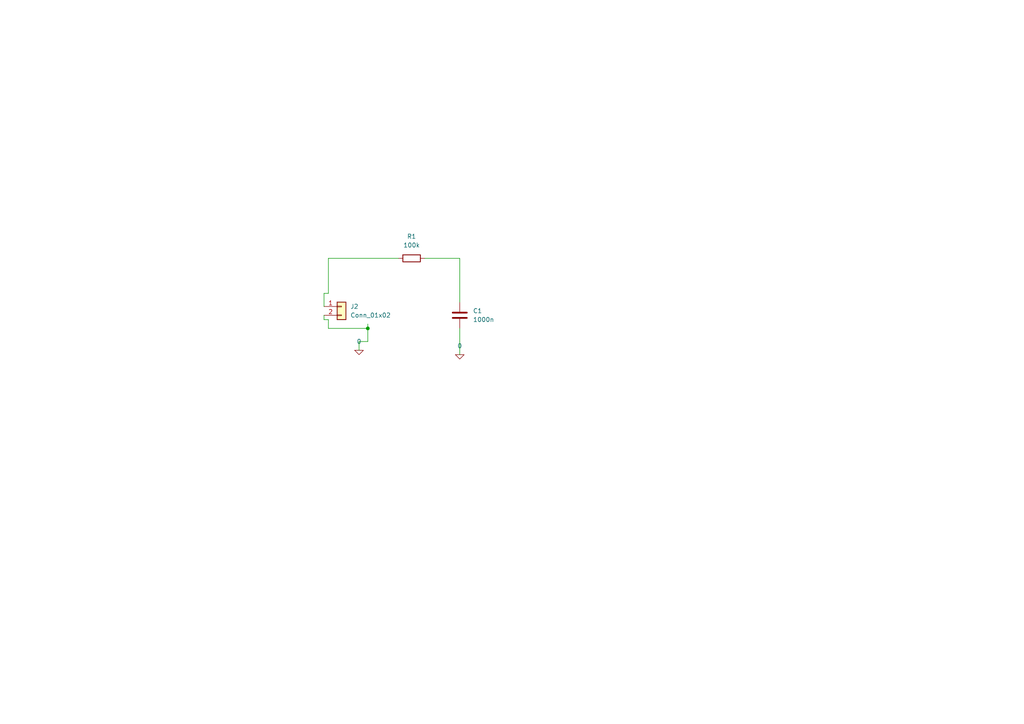
<source format=kicad_sch>
(kicad_sch (version 20231120) (generator "eeschema") (generator_version "8.0")
  (paper "A4")
  (lib_symbols
    (symbol "Connector_Generic:Conn_01x02" (pin_names (offset 1.016) hide)
      (property "Reference" "J" (at 0 2.54 0))
      (property "Value" "Conn_01x02" (at 0 -5.08 0))
      (symbol "Conn_01x02_1_1"
        (rectangle (start -1.27 -2.413) (end 0 -2.667) (stroke (width 0.1524)))
        (rectangle (start -1.27 0.127) (end 0 -0.127) (stroke (width 0.1524)))
        (rectangle (start -1.27 1.27) (end 1.27 -3.81) (stroke (width 0.254)) (fill (type background)))
        (pin passive line (at -5.08 0 0) (length 3.81) (name "Pin_1") (number "1"))
        (pin passive line (at -5.08 -2.54 0) (length 3.81) (name "Pin_2") (number "2"))
      )
    )
    (symbol "Device:C" (pin_numbers hide) (pin_names (offset 0.254))
      (property "Reference" "C" (at 0.635 2.54 0))
      (property "Value" "C" (at 0.635 -2.54 0))
      (symbol "C_0_1"
        (polyline (pts (xy -2.032 -0.762) (xy 2.032 -0.762)) (stroke (width 0.508)))
        (polyline (pts (xy -2.032 0.762) (xy 2.032 0.762)) (stroke (width 0.508)))
      )
      (symbol "C_1_1"
        (pin passive line (at 0 3.81 270) (length 2.794) (name "~") (number "1"))
        (pin passive line (at 0 -3.81 90) (length 2.794) (name "~") (number "2"))
      )
    )
    (symbol "Device:R" (pin_numbers hide) (pin_names (offset 0))
      (property "Reference" "R" (at 2.032 0 90))
      (property "Value" "R" (at 0 0 90))
      (symbol "R_0_1"
        (rectangle (start -1.016 -2.54) (end 1.016 2.54) (stroke (width 0.254)))
      )
      (symbol "R_1_1"
        (pin passive line (at 0 3.81 270) (length 1.27) (name "~") (number "1"))
        (pin passive line (at 0 -3.81 90) (length 1.27) (name "~") (number "2"))
      )
    )
    (symbol "Simulation_SPICE:0" (power) (pin_names (offset 0))
      (property "Value" "0" (at 0 -1.778 0))
      (symbol "0_0_1"
        (polyline (pts (xy -1.27 0) (xy 0 -1.27) (xy 1.27 0) (xy -1.27 0)))
      )
      (symbol "0_1_1"
        (pin power_in line (at 0 0 0) (length 0) hide (name "0") (number "1"))
      )
    )
  )
  (junction (at 106.68 95.25))
  (wire (pts (xy 95.25 95.25) (xy 95.25 92.71)))
  (wire (pts (xy 104.14 99.06) (xy 104.14 101.6)))
  (wire (pts (xy 133.35 74.93) (xy 133.35 87.63)))
  (wire (pts (xy 93.98 88.9) (xy 93.98 85.09)))
  (wire (pts (xy 95.25 95.25) (xy 106.68 95.25)))
  (wire (pts (xy 123.19 74.93) (xy 133.35 74.93)))
  (wire (pts (xy 106.68 93.98) (xy 106.68 95.25)))
  (wire (pts (xy 95.25 92.71) (xy 93.98 92.71)))
  (wire (pts (xy 106.68 95.25) (xy 106.68 99.06)))
  (wire (pts (xy 93.98 92.71) (xy 93.98 91.44)))
  (wire (pts (xy 106.68 99.06) (xy 104.14 99.06)))
  (wire (pts (xy 133.35 95.25) (xy 133.35 102.87)))
  (wire (pts (xy 95.25 85.09) (xy 95.25 74.93)))
  (wire (pts (xy 95.25 74.93) (xy 115.57 74.93)))
  (wire (pts (xy 93.98 85.09) (xy 95.25 85.09)))
  (symbol (lib_id "Simulation_SPICE:0") (at 133.35 102.87 0) (unit 1)
    (property "Reference" "#GND01" (effects (hide yes)))
    (property "Value" "0" (at 133.35 100.33 0))
  )
  (symbol (lib_id "Simulation_SPICE:0") (at 104.14 101.6 0) (unit 1)
    (property "Reference" "#GND02" (effects (hide yes)))
    (property "Value" "0" (at 104.14 99.06 0))
  )
  (symbol (lib_id "Connector_Generic:Conn_01x02") (at 99.06 88.9 0) (unit 1)
    (property "Reference" "J2" (at 101.6 88.9 0) (effects (justify left)))
    (property "Value" "Conn_01x02" (at 101.6 91.44 0) (effects (justify left)))
    (property "Footprint" "TerminalBlock:TerminalBlock_bornier-2_P5.08mm" (effects (hide yes)))
    (property "Sim.Device" "V" (effects (hide yes)))
    (property "Sim.Type" "PULSE" (effects (hide yes)))
    (property "Sim.Pins" "1=+ 2=-" (effects (hide yes)))
    (property "Sim.Params" "y1=0 y2=5 td=0 tr=0 tf=0 tw=0.5 per=1" (effects (hide yes)))
  )
  (symbol (lib_id "Device:R") (at 119.38 74.93 270) (unit 1)
    (property "Reference" "R1" (at 119.38 68.58 90))
    (property "Value" "100k" (at 119.38 71.12 90))
    (property "Footprint" "Resistor_THT:R_Axial_DIN0207_L6.3mm_D2.5mm_P15.24mm_Horizontal" (effects (hide yes)))
    (property "Sim.Device" "R" (effects (hide yes)))
    (property "Sim.Pins" "1=+ 2=-" (effects (hide yes)))
  )
  (symbol (lib_id "Device:C") (at 133.35 91.44 0) (unit 1)
    (property "Reference" "C1" (at 137.16 90.17 0) (effects (justify left)))
    (property "Value" "1000n" (at 137.16 92.71 0) (effects (justify left)))
    (property "Footprint" "Capacitor_THT:CP_Axial_L18.0mm_D8.0mm_P25.00mm_Horizontal" (effects (hide yes)))
  )
)
</source>
